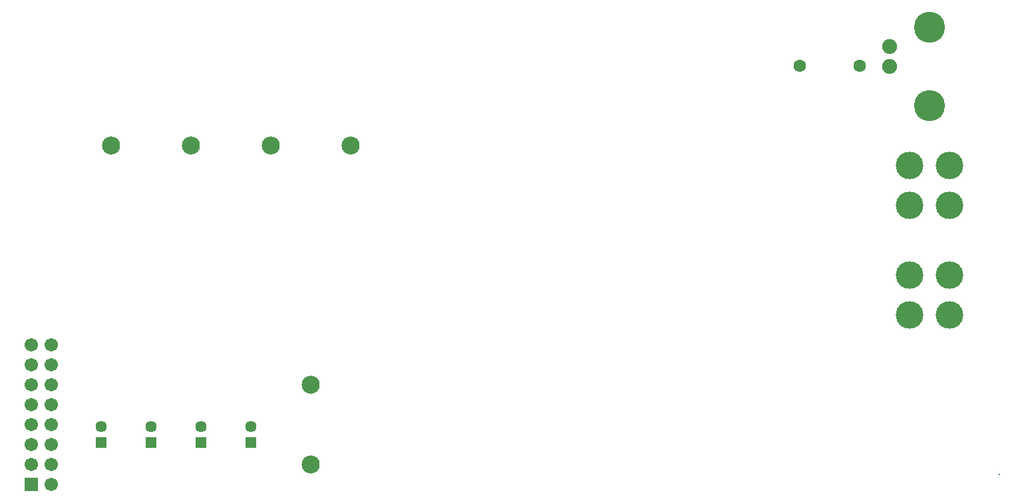
<source format=gts>
G04*
G04 #@! TF.GenerationSoftware,Altium Limited,Altium Designer,21.9.1 (22)*
G04*
G04 Layer_Color=8388736*
%FSLAX25Y25*%
%MOIN*%
G70*
G04*
G04 #@! TF.SameCoordinates,F3426815-9E30-4310-B1EE-DB99E30BDFF3*
G04*
G04*
G04 #@! TF.FilePolarity,Negative*
G04*
G01*
G75*
%ADD15C,0.09068*%
%ADD16C,0.06312*%
%ADD17C,0.05721*%
%ADD18R,0.05721X0.05721*%
%ADD19C,0.07493*%
%ADD20C,0.15564*%
%ADD21C,0.13800*%
%ADD22R,0.06706X0.06706*%
%ADD23C,0.06706*%
%ADD24C,0.00800*%
D15*
X230000Y290000D02*
D03*
X270000D02*
D03*
X190000D02*
D03*
X250000Y170000D02*
D03*
Y130000D02*
D03*
X150000Y290000D02*
D03*
D16*
X495000Y330000D02*
D03*
X525000D02*
D03*
D17*
X220000Y148937D02*
D03*
X195000D02*
D03*
X170000D02*
D03*
X145000D02*
D03*
D18*
X220000Y141063D02*
D03*
X195000D02*
D03*
X170000D02*
D03*
X145000D02*
D03*
D19*
X540000Y339606D02*
D03*
Y329606D02*
D03*
D20*
X560000Y310000D02*
D03*
Y349213D02*
D03*
D21*
X570000Y260000D02*
D03*
Y280000D02*
D03*
X550000D02*
D03*
Y260000D02*
D03*
Y205000D02*
D03*
Y225000D02*
D03*
X570000D02*
D03*
Y205000D02*
D03*
D22*
X110000Y120000D02*
D03*
D23*
X120000D02*
D03*
X110000Y130000D02*
D03*
X120000D02*
D03*
X110000Y140000D02*
D03*
X120000D02*
D03*
X110000Y150000D02*
D03*
X120000D02*
D03*
X110000Y160000D02*
D03*
X120000D02*
D03*
X110000Y170000D02*
D03*
X120000D02*
D03*
X110000Y180000D02*
D03*
X120000D02*
D03*
X110000Y190000D02*
D03*
X120000D02*
D03*
D24*
X595000Y125000D02*
D03*
M02*

</source>
